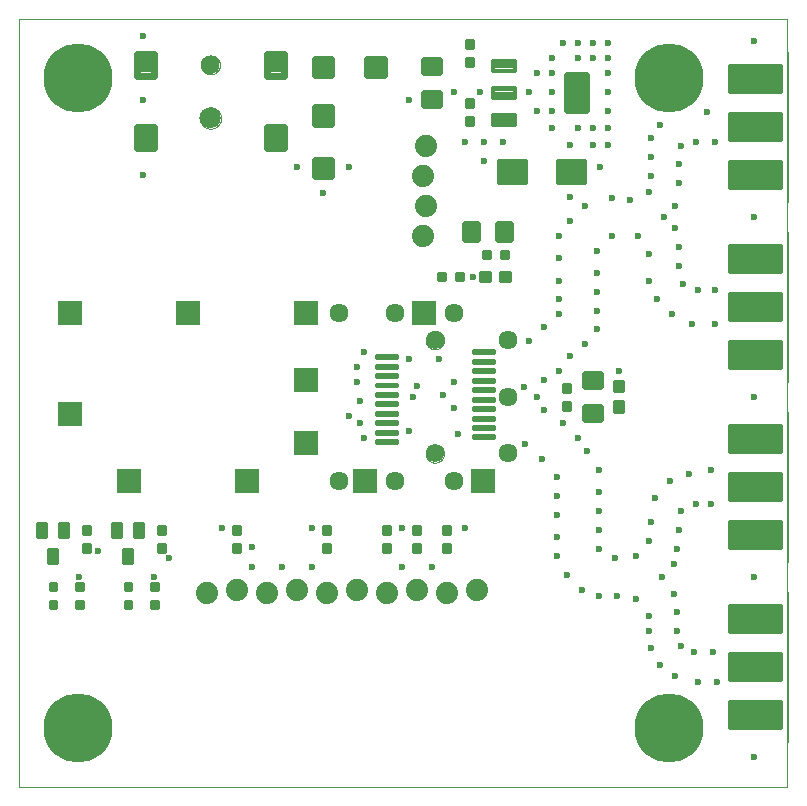
<source format=gts>
G75*
%MOIN*%
%OFA0B0*%
%FSLAX25Y25*%
%IPPOS*%
%LPD*%
%AMOC8*
5,1,8,0,0,1.08239X$1,22.5*
%
%ADD10C,0.00000*%
%ADD11C,0.00984*%
%ADD12R,0.07874X0.07874*%
%ADD13C,0.06358*%
%ADD14C,0.06102*%
%ADD15C,0.23000*%
%ADD16C,0.01600*%
%ADD17C,0.01890*%
%ADD18C,0.00945*%
%ADD19C,0.01181*%
%ADD20C,0.01559*%
%ADD21C,0.02362*%
%ADD22C,0.06299*%
%ADD23C,0.07087*%
%ADD24C,0.01440*%
%ADD25C,0.02598*%
%ADD26C,0.07400*%
%ADD27C,0.02362*%
D10*
X0027667Y0001650D02*
X0027667Y0257555D01*
X0283573Y0257555D01*
X0283573Y0001650D01*
X0027667Y0001650D01*
X0163160Y0112752D02*
X0163162Y0112862D01*
X0163168Y0112972D01*
X0163178Y0113082D01*
X0163192Y0113191D01*
X0163210Y0113300D01*
X0163231Y0113408D01*
X0163257Y0113515D01*
X0163286Y0113621D01*
X0163320Y0113726D01*
X0163357Y0113830D01*
X0163398Y0113932D01*
X0163442Y0114033D01*
X0163490Y0114132D01*
X0163542Y0114230D01*
X0163597Y0114325D01*
X0163655Y0114418D01*
X0163717Y0114509D01*
X0163782Y0114598D01*
X0163850Y0114685D01*
X0163922Y0114769D01*
X0163996Y0114850D01*
X0164073Y0114929D01*
X0164153Y0115005D01*
X0164236Y0115077D01*
X0164321Y0115147D01*
X0164409Y0115214D01*
X0164499Y0115277D01*
X0164591Y0115337D01*
X0164685Y0115394D01*
X0164782Y0115448D01*
X0164880Y0115497D01*
X0164980Y0115544D01*
X0165082Y0115586D01*
X0165185Y0115625D01*
X0165289Y0115660D01*
X0165395Y0115692D01*
X0165501Y0115719D01*
X0165609Y0115743D01*
X0165717Y0115763D01*
X0165826Y0115779D01*
X0165936Y0115791D01*
X0166046Y0115799D01*
X0166156Y0115803D01*
X0166266Y0115803D01*
X0166376Y0115799D01*
X0166486Y0115791D01*
X0166596Y0115779D01*
X0166705Y0115763D01*
X0166813Y0115743D01*
X0166921Y0115719D01*
X0167027Y0115692D01*
X0167133Y0115660D01*
X0167237Y0115625D01*
X0167340Y0115586D01*
X0167442Y0115544D01*
X0167542Y0115497D01*
X0167640Y0115448D01*
X0167736Y0115394D01*
X0167831Y0115337D01*
X0167923Y0115277D01*
X0168013Y0115214D01*
X0168101Y0115147D01*
X0168186Y0115077D01*
X0168269Y0115005D01*
X0168349Y0114929D01*
X0168426Y0114850D01*
X0168500Y0114769D01*
X0168572Y0114685D01*
X0168640Y0114598D01*
X0168705Y0114509D01*
X0168767Y0114418D01*
X0168825Y0114325D01*
X0168880Y0114230D01*
X0168932Y0114132D01*
X0168980Y0114033D01*
X0169024Y0113932D01*
X0169065Y0113830D01*
X0169102Y0113726D01*
X0169136Y0113621D01*
X0169165Y0113515D01*
X0169191Y0113408D01*
X0169212Y0113300D01*
X0169230Y0113191D01*
X0169244Y0113082D01*
X0169254Y0112972D01*
X0169260Y0112862D01*
X0169262Y0112752D01*
X0169260Y0112642D01*
X0169254Y0112532D01*
X0169244Y0112422D01*
X0169230Y0112313D01*
X0169212Y0112204D01*
X0169191Y0112096D01*
X0169165Y0111989D01*
X0169136Y0111883D01*
X0169102Y0111778D01*
X0169065Y0111674D01*
X0169024Y0111572D01*
X0168980Y0111471D01*
X0168932Y0111372D01*
X0168880Y0111274D01*
X0168825Y0111179D01*
X0168767Y0111086D01*
X0168705Y0110995D01*
X0168640Y0110906D01*
X0168572Y0110819D01*
X0168500Y0110735D01*
X0168426Y0110654D01*
X0168349Y0110575D01*
X0168269Y0110499D01*
X0168186Y0110427D01*
X0168101Y0110357D01*
X0168013Y0110290D01*
X0167923Y0110227D01*
X0167831Y0110167D01*
X0167737Y0110110D01*
X0167640Y0110056D01*
X0167542Y0110007D01*
X0167442Y0109960D01*
X0167340Y0109918D01*
X0167237Y0109879D01*
X0167133Y0109844D01*
X0167027Y0109812D01*
X0166921Y0109785D01*
X0166813Y0109761D01*
X0166705Y0109741D01*
X0166596Y0109725D01*
X0166486Y0109713D01*
X0166376Y0109705D01*
X0166266Y0109701D01*
X0166156Y0109701D01*
X0166046Y0109705D01*
X0165936Y0109713D01*
X0165826Y0109725D01*
X0165717Y0109741D01*
X0165609Y0109761D01*
X0165501Y0109785D01*
X0165395Y0109812D01*
X0165289Y0109844D01*
X0165185Y0109879D01*
X0165082Y0109918D01*
X0164980Y0109960D01*
X0164880Y0110007D01*
X0164782Y0110056D01*
X0164685Y0110110D01*
X0164591Y0110167D01*
X0164499Y0110227D01*
X0164409Y0110290D01*
X0164321Y0110357D01*
X0164236Y0110427D01*
X0164153Y0110499D01*
X0164073Y0110575D01*
X0163996Y0110654D01*
X0163922Y0110735D01*
X0163850Y0110819D01*
X0163782Y0110906D01*
X0163717Y0110995D01*
X0163655Y0111086D01*
X0163597Y0111179D01*
X0163542Y0111274D01*
X0163490Y0111372D01*
X0163442Y0111471D01*
X0163398Y0111572D01*
X0163357Y0111674D01*
X0163320Y0111778D01*
X0163286Y0111883D01*
X0163257Y0111989D01*
X0163231Y0112096D01*
X0163210Y0112204D01*
X0163192Y0112313D01*
X0163178Y0112422D01*
X0163168Y0112532D01*
X0163162Y0112642D01*
X0163160Y0112752D01*
X0163160Y0150547D02*
X0163162Y0150657D01*
X0163168Y0150767D01*
X0163178Y0150877D01*
X0163192Y0150986D01*
X0163210Y0151095D01*
X0163231Y0151203D01*
X0163257Y0151310D01*
X0163286Y0151416D01*
X0163320Y0151521D01*
X0163357Y0151625D01*
X0163398Y0151727D01*
X0163442Y0151828D01*
X0163490Y0151927D01*
X0163542Y0152025D01*
X0163597Y0152120D01*
X0163655Y0152213D01*
X0163717Y0152304D01*
X0163782Y0152393D01*
X0163850Y0152480D01*
X0163922Y0152564D01*
X0163996Y0152645D01*
X0164073Y0152724D01*
X0164153Y0152800D01*
X0164236Y0152872D01*
X0164321Y0152942D01*
X0164409Y0153009D01*
X0164499Y0153072D01*
X0164591Y0153132D01*
X0164685Y0153189D01*
X0164782Y0153243D01*
X0164880Y0153292D01*
X0164980Y0153339D01*
X0165082Y0153381D01*
X0165185Y0153420D01*
X0165289Y0153455D01*
X0165395Y0153487D01*
X0165501Y0153514D01*
X0165609Y0153538D01*
X0165717Y0153558D01*
X0165826Y0153574D01*
X0165936Y0153586D01*
X0166046Y0153594D01*
X0166156Y0153598D01*
X0166266Y0153598D01*
X0166376Y0153594D01*
X0166486Y0153586D01*
X0166596Y0153574D01*
X0166705Y0153558D01*
X0166813Y0153538D01*
X0166921Y0153514D01*
X0167027Y0153487D01*
X0167133Y0153455D01*
X0167237Y0153420D01*
X0167340Y0153381D01*
X0167442Y0153339D01*
X0167542Y0153292D01*
X0167640Y0153243D01*
X0167736Y0153189D01*
X0167831Y0153132D01*
X0167923Y0153072D01*
X0168013Y0153009D01*
X0168101Y0152942D01*
X0168186Y0152872D01*
X0168269Y0152800D01*
X0168349Y0152724D01*
X0168426Y0152645D01*
X0168500Y0152564D01*
X0168572Y0152480D01*
X0168640Y0152393D01*
X0168705Y0152304D01*
X0168767Y0152213D01*
X0168825Y0152120D01*
X0168880Y0152025D01*
X0168932Y0151927D01*
X0168980Y0151828D01*
X0169024Y0151727D01*
X0169065Y0151625D01*
X0169102Y0151521D01*
X0169136Y0151416D01*
X0169165Y0151310D01*
X0169191Y0151203D01*
X0169212Y0151095D01*
X0169230Y0150986D01*
X0169244Y0150877D01*
X0169254Y0150767D01*
X0169260Y0150657D01*
X0169262Y0150547D01*
X0169260Y0150437D01*
X0169254Y0150327D01*
X0169244Y0150217D01*
X0169230Y0150108D01*
X0169212Y0149999D01*
X0169191Y0149891D01*
X0169165Y0149784D01*
X0169136Y0149678D01*
X0169102Y0149573D01*
X0169065Y0149469D01*
X0169024Y0149367D01*
X0168980Y0149266D01*
X0168932Y0149167D01*
X0168880Y0149069D01*
X0168825Y0148974D01*
X0168767Y0148881D01*
X0168705Y0148790D01*
X0168640Y0148701D01*
X0168572Y0148614D01*
X0168500Y0148530D01*
X0168426Y0148449D01*
X0168349Y0148370D01*
X0168269Y0148294D01*
X0168186Y0148222D01*
X0168101Y0148152D01*
X0168013Y0148085D01*
X0167923Y0148022D01*
X0167831Y0147962D01*
X0167737Y0147905D01*
X0167640Y0147851D01*
X0167542Y0147802D01*
X0167442Y0147755D01*
X0167340Y0147713D01*
X0167237Y0147674D01*
X0167133Y0147639D01*
X0167027Y0147607D01*
X0166921Y0147580D01*
X0166813Y0147556D01*
X0166705Y0147536D01*
X0166596Y0147520D01*
X0166486Y0147508D01*
X0166376Y0147500D01*
X0166266Y0147496D01*
X0166156Y0147496D01*
X0166046Y0147500D01*
X0165936Y0147508D01*
X0165826Y0147520D01*
X0165717Y0147536D01*
X0165609Y0147556D01*
X0165501Y0147580D01*
X0165395Y0147607D01*
X0165289Y0147639D01*
X0165185Y0147674D01*
X0165082Y0147713D01*
X0164980Y0147755D01*
X0164880Y0147802D01*
X0164782Y0147851D01*
X0164685Y0147905D01*
X0164591Y0147962D01*
X0164499Y0148022D01*
X0164409Y0148085D01*
X0164321Y0148152D01*
X0164236Y0148222D01*
X0164153Y0148294D01*
X0164073Y0148370D01*
X0163996Y0148449D01*
X0163922Y0148530D01*
X0163850Y0148614D01*
X0163782Y0148701D01*
X0163717Y0148790D01*
X0163655Y0148881D01*
X0163597Y0148974D01*
X0163542Y0149069D01*
X0163490Y0149167D01*
X0163442Y0149266D01*
X0163398Y0149367D01*
X0163357Y0149469D01*
X0163320Y0149573D01*
X0163286Y0149678D01*
X0163257Y0149784D01*
X0163231Y0149891D01*
X0163210Y0149999D01*
X0163192Y0150108D01*
X0163178Y0150217D01*
X0163168Y0150327D01*
X0163162Y0150437D01*
X0163160Y0150547D01*
X0087874Y0224563D02*
X0087876Y0224681D01*
X0087882Y0224800D01*
X0087892Y0224918D01*
X0087906Y0225035D01*
X0087923Y0225152D01*
X0087945Y0225269D01*
X0087971Y0225384D01*
X0088000Y0225499D01*
X0088033Y0225613D01*
X0088070Y0225725D01*
X0088111Y0225836D01*
X0088155Y0225946D01*
X0088203Y0226054D01*
X0088255Y0226161D01*
X0088310Y0226266D01*
X0088369Y0226369D01*
X0088431Y0226469D01*
X0088496Y0226568D01*
X0088565Y0226665D01*
X0088636Y0226759D01*
X0088711Y0226850D01*
X0088789Y0226940D01*
X0088870Y0227026D01*
X0088954Y0227110D01*
X0089040Y0227191D01*
X0089130Y0227269D01*
X0089221Y0227344D01*
X0089315Y0227415D01*
X0089412Y0227484D01*
X0089511Y0227549D01*
X0089611Y0227611D01*
X0089714Y0227670D01*
X0089819Y0227725D01*
X0089926Y0227777D01*
X0090034Y0227825D01*
X0090144Y0227869D01*
X0090255Y0227910D01*
X0090367Y0227947D01*
X0090481Y0227980D01*
X0090596Y0228009D01*
X0090711Y0228035D01*
X0090828Y0228057D01*
X0090945Y0228074D01*
X0091062Y0228088D01*
X0091180Y0228098D01*
X0091299Y0228104D01*
X0091417Y0228106D01*
X0091535Y0228104D01*
X0091654Y0228098D01*
X0091772Y0228088D01*
X0091889Y0228074D01*
X0092006Y0228057D01*
X0092123Y0228035D01*
X0092238Y0228009D01*
X0092353Y0227980D01*
X0092467Y0227947D01*
X0092579Y0227910D01*
X0092690Y0227869D01*
X0092800Y0227825D01*
X0092908Y0227777D01*
X0093015Y0227725D01*
X0093120Y0227670D01*
X0093223Y0227611D01*
X0093323Y0227549D01*
X0093422Y0227484D01*
X0093519Y0227415D01*
X0093613Y0227344D01*
X0093704Y0227269D01*
X0093794Y0227191D01*
X0093880Y0227110D01*
X0093964Y0227026D01*
X0094045Y0226940D01*
X0094123Y0226850D01*
X0094198Y0226759D01*
X0094269Y0226665D01*
X0094338Y0226568D01*
X0094403Y0226469D01*
X0094465Y0226369D01*
X0094524Y0226266D01*
X0094579Y0226161D01*
X0094631Y0226054D01*
X0094679Y0225946D01*
X0094723Y0225836D01*
X0094764Y0225725D01*
X0094801Y0225613D01*
X0094834Y0225499D01*
X0094863Y0225384D01*
X0094889Y0225269D01*
X0094911Y0225152D01*
X0094928Y0225035D01*
X0094942Y0224918D01*
X0094952Y0224800D01*
X0094958Y0224681D01*
X0094960Y0224563D01*
X0094958Y0224445D01*
X0094952Y0224326D01*
X0094942Y0224208D01*
X0094928Y0224091D01*
X0094911Y0223974D01*
X0094889Y0223857D01*
X0094863Y0223742D01*
X0094834Y0223627D01*
X0094801Y0223513D01*
X0094764Y0223401D01*
X0094723Y0223290D01*
X0094679Y0223180D01*
X0094631Y0223072D01*
X0094579Y0222965D01*
X0094524Y0222860D01*
X0094465Y0222757D01*
X0094403Y0222657D01*
X0094338Y0222558D01*
X0094269Y0222461D01*
X0094198Y0222367D01*
X0094123Y0222276D01*
X0094045Y0222186D01*
X0093964Y0222100D01*
X0093880Y0222016D01*
X0093794Y0221935D01*
X0093704Y0221857D01*
X0093613Y0221782D01*
X0093519Y0221711D01*
X0093422Y0221642D01*
X0093323Y0221577D01*
X0093223Y0221515D01*
X0093120Y0221456D01*
X0093015Y0221401D01*
X0092908Y0221349D01*
X0092800Y0221301D01*
X0092690Y0221257D01*
X0092579Y0221216D01*
X0092467Y0221179D01*
X0092353Y0221146D01*
X0092238Y0221117D01*
X0092123Y0221091D01*
X0092006Y0221069D01*
X0091889Y0221052D01*
X0091772Y0221038D01*
X0091654Y0221028D01*
X0091535Y0221022D01*
X0091417Y0221020D01*
X0091299Y0221022D01*
X0091180Y0221028D01*
X0091062Y0221038D01*
X0090945Y0221052D01*
X0090828Y0221069D01*
X0090711Y0221091D01*
X0090596Y0221117D01*
X0090481Y0221146D01*
X0090367Y0221179D01*
X0090255Y0221216D01*
X0090144Y0221257D01*
X0090034Y0221301D01*
X0089926Y0221349D01*
X0089819Y0221401D01*
X0089714Y0221456D01*
X0089611Y0221515D01*
X0089511Y0221577D01*
X0089412Y0221642D01*
X0089315Y0221711D01*
X0089221Y0221782D01*
X0089130Y0221857D01*
X0089040Y0221935D01*
X0088954Y0222016D01*
X0088870Y0222100D01*
X0088789Y0222186D01*
X0088711Y0222276D01*
X0088636Y0222367D01*
X0088565Y0222461D01*
X0088496Y0222558D01*
X0088431Y0222657D01*
X0088369Y0222757D01*
X0088310Y0222860D01*
X0088255Y0222965D01*
X0088203Y0223072D01*
X0088155Y0223180D01*
X0088111Y0223290D01*
X0088070Y0223401D01*
X0088033Y0223513D01*
X0088000Y0223627D01*
X0087971Y0223742D01*
X0087945Y0223857D01*
X0087923Y0223974D01*
X0087906Y0224091D01*
X0087892Y0224208D01*
X0087882Y0224326D01*
X0087876Y0224445D01*
X0087874Y0224563D01*
X0088267Y0242280D02*
X0088269Y0242392D01*
X0088275Y0242503D01*
X0088285Y0242615D01*
X0088299Y0242726D01*
X0088316Y0242836D01*
X0088338Y0242946D01*
X0088364Y0243055D01*
X0088393Y0243163D01*
X0088426Y0243269D01*
X0088463Y0243375D01*
X0088504Y0243479D01*
X0088549Y0243582D01*
X0088597Y0243683D01*
X0088648Y0243782D01*
X0088703Y0243879D01*
X0088762Y0243974D01*
X0088823Y0244068D01*
X0088888Y0244159D01*
X0088957Y0244247D01*
X0089028Y0244333D01*
X0089102Y0244417D01*
X0089180Y0244497D01*
X0089260Y0244575D01*
X0089343Y0244651D01*
X0089428Y0244723D01*
X0089516Y0244792D01*
X0089606Y0244858D01*
X0089699Y0244920D01*
X0089794Y0244980D01*
X0089891Y0245036D01*
X0089989Y0245088D01*
X0090090Y0245137D01*
X0090192Y0245182D01*
X0090296Y0245224D01*
X0090401Y0245262D01*
X0090508Y0245296D01*
X0090615Y0245326D01*
X0090724Y0245353D01*
X0090833Y0245375D01*
X0090944Y0245394D01*
X0091054Y0245409D01*
X0091166Y0245420D01*
X0091277Y0245427D01*
X0091389Y0245430D01*
X0091501Y0245429D01*
X0091613Y0245424D01*
X0091724Y0245415D01*
X0091835Y0245402D01*
X0091946Y0245385D01*
X0092056Y0245365D01*
X0092165Y0245340D01*
X0092273Y0245312D01*
X0092380Y0245279D01*
X0092486Y0245243D01*
X0092590Y0245203D01*
X0092693Y0245160D01*
X0092795Y0245113D01*
X0092894Y0245062D01*
X0092992Y0245008D01*
X0093088Y0244950D01*
X0093182Y0244889D01*
X0093273Y0244825D01*
X0093362Y0244758D01*
X0093449Y0244687D01*
X0093533Y0244613D01*
X0093615Y0244537D01*
X0093693Y0244457D01*
X0093769Y0244375D01*
X0093842Y0244290D01*
X0093912Y0244203D01*
X0093978Y0244113D01*
X0094042Y0244021D01*
X0094102Y0243927D01*
X0094159Y0243831D01*
X0094212Y0243732D01*
X0094262Y0243632D01*
X0094308Y0243531D01*
X0094351Y0243427D01*
X0094390Y0243322D01*
X0094425Y0243216D01*
X0094456Y0243109D01*
X0094484Y0243000D01*
X0094507Y0242891D01*
X0094527Y0242781D01*
X0094543Y0242670D01*
X0094555Y0242559D01*
X0094563Y0242448D01*
X0094567Y0242336D01*
X0094567Y0242224D01*
X0094563Y0242112D01*
X0094555Y0242001D01*
X0094543Y0241890D01*
X0094527Y0241779D01*
X0094507Y0241669D01*
X0094484Y0241560D01*
X0094456Y0241451D01*
X0094425Y0241344D01*
X0094390Y0241238D01*
X0094351Y0241133D01*
X0094308Y0241029D01*
X0094262Y0240928D01*
X0094212Y0240828D01*
X0094159Y0240729D01*
X0094102Y0240633D01*
X0094042Y0240539D01*
X0093978Y0240447D01*
X0093912Y0240357D01*
X0093842Y0240270D01*
X0093769Y0240185D01*
X0093693Y0240103D01*
X0093615Y0240023D01*
X0093533Y0239947D01*
X0093449Y0239873D01*
X0093362Y0239802D01*
X0093273Y0239735D01*
X0093182Y0239671D01*
X0093088Y0239610D01*
X0092992Y0239552D01*
X0092894Y0239498D01*
X0092795Y0239447D01*
X0092693Y0239400D01*
X0092590Y0239357D01*
X0092486Y0239317D01*
X0092380Y0239281D01*
X0092273Y0239248D01*
X0092165Y0239220D01*
X0092056Y0239195D01*
X0091946Y0239175D01*
X0091835Y0239158D01*
X0091724Y0239145D01*
X0091613Y0239136D01*
X0091501Y0239131D01*
X0091389Y0239130D01*
X0091277Y0239133D01*
X0091166Y0239140D01*
X0091054Y0239151D01*
X0090944Y0239166D01*
X0090833Y0239185D01*
X0090724Y0239207D01*
X0090615Y0239234D01*
X0090508Y0239264D01*
X0090401Y0239298D01*
X0090296Y0239336D01*
X0090192Y0239378D01*
X0090090Y0239423D01*
X0089989Y0239472D01*
X0089891Y0239524D01*
X0089794Y0239580D01*
X0089699Y0239640D01*
X0089606Y0239702D01*
X0089516Y0239768D01*
X0089428Y0239837D01*
X0089343Y0239909D01*
X0089260Y0239985D01*
X0089180Y0240063D01*
X0089102Y0240143D01*
X0089028Y0240227D01*
X0088957Y0240313D01*
X0088888Y0240401D01*
X0088823Y0240492D01*
X0088762Y0240586D01*
X0088703Y0240681D01*
X0088648Y0240778D01*
X0088597Y0240877D01*
X0088549Y0240978D01*
X0088504Y0241081D01*
X0088463Y0241185D01*
X0088426Y0241291D01*
X0088393Y0241397D01*
X0088364Y0241505D01*
X0088338Y0241614D01*
X0088316Y0241724D01*
X0088299Y0241834D01*
X0088285Y0241945D01*
X0088275Y0242057D01*
X0088269Y0242168D01*
X0088267Y0242280D01*
X0283917Y0246650D02*
X0283917Y0196650D01*
X0283917Y0186650D02*
X0283917Y0136650D01*
X0283917Y0126650D02*
X0283917Y0076650D01*
X0283917Y0066650D02*
X0283917Y0016650D01*
D11*
X0185797Y0117772D02*
X0178907Y0117772D01*
X0178907Y0118756D01*
X0185797Y0118756D01*
X0185797Y0117772D01*
X0185797Y0118755D02*
X0178907Y0118755D01*
X0178907Y0120921D02*
X0185797Y0120921D01*
X0178907Y0120921D02*
X0178907Y0121905D01*
X0185797Y0121905D01*
X0185797Y0120921D01*
X0185797Y0121904D02*
X0178907Y0121904D01*
X0178907Y0124071D02*
X0185797Y0124071D01*
X0178907Y0124071D02*
X0178907Y0125055D01*
X0185797Y0125055D01*
X0185797Y0124071D01*
X0185797Y0125054D02*
X0178907Y0125054D01*
X0178907Y0127221D02*
X0185797Y0127221D01*
X0178907Y0127221D02*
X0178907Y0128205D01*
X0185797Y0128205D01*
X0185797Y0127221D01*
X0185797Y0128204D02*
X0178907Y0128204D01*
X0178907Y0130370D02*
X0185797Y0130370D01*
X0178907Y0130370D02*
X0178907Y0131354D01*
X0185797Y0131354D01*
X0185797Y0130370D01*
X0185797Y0131353D02*
X0178907Y0131353D01*
X0178907Y0133520D02*
X0185797Y0133520D01*
X0178907Y0133520D02*
X0178907Y0134504D01*
X0185797Y0134504D01*
X0185797Y0133520D01*
X0185797Y0134503D02*
X0178907Y0134503D01*
X0178907Y0136669D02*
X0185797Y0136669D01*
X0178907Y0136669D02*
X0178907Y0137653D01*
X0185797Y0137653D01*
X0185797Y0136669D01*
X0185797Y0137652D02*
X0178907Y0137652D01*
X0178907Y0139819D02*
X0185797Y0139819D01*
X0178907Y0139819D02*
X0178907Y0140803D01*
X0185797Y0140803D01*
X0185797Y0139819D01*
X0185797Y0140802D02*
X0178907Y0140802D01*
X0178907Y0142969D02*
X0185797Y0142969D01*
X0178907Y0142969D02*
X0178907Y0143953D01*
X0185797Y0143953D01*
X0185797Y0142969D01*
X0185797Y0143952D02*
X0178907Y0143952D01*
X0178907Y0146118D02*
X0185797Y0146118D01*
X0178907Y0146118D02*
X0178907Y0147102D01*
X0185797Y0147102D01*
X0185797Y0146118D01*
X0185797Y0147101D02*
X0178907Y0147101D01*
X0153514Y0144543D02*
X0146624Y0144543D01*
X0146624Y0145527D01*
X0153514Y0145527D01*
X0153514Y0144543D01*
X0153514Y0145526D02*
X0146624Y0145526D01*
X0146624Y0141394D02*
X0153514Y0141394D01*
X0146624Y0141394D02*
X0146624Y0142378D01*
X0153514Y0142378D01*
X0153514Y0141394D01*
X0153514Y0142377D02*
X0146624Y0142377D01*
X0146624Y0138244D02*
X0153514Y0138244D01*
X0146624Y0138244D02*
X0146624Y0139228D01*
X0153514Y0139228D01*
X0153514Y0138244D01*
X0153514Y0139227D02*
X0146624Y0139227D01*
X0146624Y0135095D02*
X0153514Y0135095D01*
X0146624Y0135095D02*
X0146624Y0136079D01*
X0153514Y0136079D01*
X0153514Y0135095D01*
X0153514Y0136078D02*
X0146624Y0136078D01*
X0146624Y0131945D02*
X0153514Y0131945D01*
X0146624Y0131945D02*
X0146624Y0132929D01*
X0153514Y0132929D01*
X0153514Y0131945D01*
X0153514Y0132928D02*
X0146624Y0132928D01*
X0146624Y0128795D02*
X0153514Y0128795D01*
X0146624Y0128795D02*
X0146624Y0129779D01*
X0153514Y0129779D01*
X0153514Y0128795D01*
X0153514Y0129778D02*
X0146624Y0129778D01*
X0146624Y0125646D02*
X0153514Y0125646D01*
X0146624Y0125646D02*
X0146624Y0126630D01*
X0153514Y0126630D01*
X0153514Y0125646D01*
X0153514Y0126629D02*
X0146624Y0126629D01*
X0146624Y0122496D02*
X0153514Y0122496D01*
X0146624Y0122496D02*
X0146624Y0123480D01*
X0153514Y0123480D01*
X0153514Y0122496D01*
X0153514Y0123479D02*
X0146624Y0123479D01*
X0146624Y0119347D02*
X0153514Y0119347D01*
X0146624Y0119347D02*
X0146624Y0120331D01*
X0153514Y0120331D01*
X0153514Y0119347D01*
X0153514Y0120330D02*
X0146624Y0120330D01*
X0146624Y0116197D02*
X0153514Y0116197D01*
X0146624Y0116197D02*
X0146624Y0117181D01*
X0153514Y0117181D01*
X0153514Y0116197D01*
X0153514Y0117180D02*
X0146624Y0117180D01*
D12*
X0142982Y0103598D03*
X0123297Y0116098D03*
X0103612Y0103598D03*
X0123297Y0137358D03*
X0123297Y0159701D03*
X0083927Y0159701D03*
X0044557Y0159701D03*
X0044557Y0125941D03*
X0064242Y0103598D03*
X0162667Y0159701D03*
X0182352Y0103598D03*
D13*
X0172510Y0103598D03*
X0152825Y0103598D03*
X0134321Y0103598D03*
X0190620Y0112752D03*
X0190620Y0131650D03*
X0190620Y0150547D03*
X0172510Y0159701D03*
X0152825Y0159701D03*
X0134321Y0159701D03*
D14*
X0166211Y0150547D03*
X0166211Y0112752D03*
D15*
X0244203Y0021335D03*
X0047352Y0021335D03*
X0047352Y0237870D03*
X0244203Y0237870D03*
D16*
X0264717Y0241850D02*
X0281117Y0241850D01*
X0281117Y0233450D01*
X0264717Y0233450D01*
X0264717Y0241850D01*
X0264717Y0235049D02*
X0281117Y0235049D01*
X0281117Y0236648D02*
X0264717Y0236648D01*
X0264717Y0238247D02*
X0281117Y0238247D01*
X0281117Y0239846D02*
X0264717Y0239846D01*
X0264717Y0241445D02*
X0281117Y0241445D01*
X0281117Y0225850D02*
X0264717Y0225850D01*
X0281117Y0225850D02*
X0281117Y0217450D01*
X0264717Y0217450D01*
X0264717Y0225850D01*
X0264717Y0219049D02*
X0281117Y0219049D01*
X0281117Y0220648D02*
X0264717Y0220648D01*
X0264717Y0222247D02*
X0281117Y0222247D01*
X0281117Y0223846D02*
X0264717Y0223846D01*
X0264717Y0225445D02*
X0281117Y0225445D01*
X0281117Y0209850D02*
X0264717Y0209850D01*
X0281117Y0209850D02*
X0281117Y0201450D01*
X0264717Y0201450D01*
X0264717Y0209850D01*
X0264717Y0203049D02*
X0281117Y0203049D01*
X0281117Y0204648D02*
X0264717Y0204648D01*
X0264717Y0206247D02*
X0281117Y0206247D01*
X0281117Y0207846D02*
X0264717Y0207846D01*
X0264717Y0209445D02*
X0281117Y0209445D01*
X0281117Y0181850D02*
X0264717Y0181850D01*
X0281117Y0181850D02*
X0281117Y0173450D01*
X0264717Y0173450D01*
X0264717Y0181850D01*
X0264717Y0175049D02*
X0281117Y0175049D01*
X0281117Y0176648D02*
X0264717Y0176648D01*
X0264717Y0178247D02*
X0281117Y0178247D01*
X0281117Y0179846D02*
X0264717Y0179846D01*
X0264717Y0181445D02*
X0281117Y0181445D01*
X0281117Y0165850D02*
X0264717Y0165850D01*
X0281117Y0165850D02*
X0281117Y0157450D01*
X0264717Y0157450D01*
X0264717Y0165850D01*
X0264717Y0159049D02*
X0281117Y0159049D01*
X0281117Y0160648D02*
X0264717Y0160648D01*
X0264717Y0162247D02*
X0281117Y0162247D01*
X0281117Y0163846D02*
X0264717Y0163846D01*
X0264717Y0165445D02*
X0281117Y0165445D01*
X0281117Y0149850D02*
X0264717Y0149850D01*
X0281117Y0149850D02*
X0281117Y0141450D01*
X0264717Y0141450D01*
X0264717Y0149850D01*
X0264717Y0143049D02*
X0281117Y0143049D01*
X0281117Y0144648D02*
X0264717Y0144648D01*
X0264717Y0146247D02*
X0281117Y0146247D01*
X0281117Y0147846D02*
X0264717Y0147846D01*
X0264717Y0149445D02*
X0281117Y0149445D01*
X0281117Y0121850D02*
X0264717Y0121850D01*
X0281117Y0121850D02*
X0281117Y0113450D01*
X0264717Y0113450D01*
X0264717Y0121850D01*
X0264717Y0115049D02*
X0281117Y0115049D01*
X0281117Y0116648D02*
X0264717Y0116648D01*
X0264717Y0118247D02*
X0281117Y0118247D01*
X0281117Y0119846D02*
X0264717Y0119846D01*
X0264717Y0121445D02*
X0281117Y0121445D01*
X0281117Y0105850D02*
X0264717Y0105850D01*
X0281117Y0105850D02*
X0281117Y0097450D01*
X0264717Y0097450D01*
X0264717Y0105850D01*
X0264717Y0099049D02*
X0281117Y0099049D01*
X0281117Y0100648D02*
X0264717Y0100648D01*
X0264717Y0102247D02*
X0281117Y0102247D01*
X0281117Y0103846D02*
X0264717Y0103846D01*
X0264717Y0105445D02*
X0281117Y0105445D01*
X0281117Y0089850D02*
X0264717Y0089850D01*
X0281117Y0089850D02*
X0281117Y0081450D01*
X0264717Y0081450D01*
X0264717Y0089850D01*
X0264717Y0083049D02*
X0281117Y0083049D01*
X0281117Y0084648D02*
X0264717Y0084648D01*
X0264717Y0086247D02*
X0281117Y0086247D01*
X0281117Y0087846D02*
X0264717Y0087846D01*
X0264717Y0089445D02*
X0281117Y0089445D01*
X0281117Y0061850D02*
X0264717Y0061850D01*
X0281117Y0061850D02*
X0281117Y0053450D01*
X0264717Y0053450D01*
X0264717Y0061850D01*
X0264717Y0055049D02*
X0281117Y0055049D01*
X0281117Y0056648D02*
X0264717Y0056648D01*
X0264717Y0058247D02*
X0281117Y0058247D01*
X0281117Y0059846D02*
X0264717Y0059846D01*
X0264717Y0061445D02*
X0281117Y0061445D01*
X0281117Y0045850D02*
X0264717Y0045850D01*
X0281117Y0045850D02*
X0281117Y0037450D01*
X0264717Y0037450D01*
X0264717Y0045850D01*
X0264717Y0039049D02*
X0281117Y0039049D01*
X0281117Y0040648D02*
X0264717Y0040648D01*
X0264717Y0042247D02*
X0281117Y0042247D01*
X0281117Y0043846D02*
X0264717Y0043846D01*
X0264717Y0045445D02*
X0281117Y0045445D01*
X0281117Y0029850D02*
X0264717Y0029850D01*
X0281117Y0029850D02*
X0281117Y0021450D01*
X0264717Y0021450D01*
X0264717Y0029850D01*
X0264717Y0023049D02*
X0281117Y0023049D01*
X0281117Y0024648D02*
X0264717Y0024648D01*
X0264717Y0026247D02*
X0281117Y0026247D01*
X0281117Y0027846D02*
X0264717Y0027846D01*
X0264717Y0029445D02*
X0281117Y0029445D01*
D17*
X0216319Y0123934D02*
X0216319Y0128342D01*
X0221515Y0128342D01*
X0221515Y0123934D01*
X0216319Y0123934D01*
X0216319Y0125823D02*
X0221515Y0125823D01*
X0221515Y0127712D02*
X0216319Y0127712D01*
X0216319Y0134957D02*
X0216319Y0139365D01*
X0221515Y0139365D01*
X0221515Y0134957D01*
X0216319Y0134957D01*
X0216319Y0136846D02*
X0221515Y0136846D01*
X0221515Y0138735D02*
X0216319Y0138735D01*
X0191633Y0184052D02*
X0187225Y0184052D01*
X0187225Y0189248D01*
X0191633Y0189248D01*
X0191633Y0184052D01*
X0191633Y0185941D02*
X0187225Y0185941D01*
X0187225Y0187830D02*
X0191633Y0187830D01*
X0180610Y0184052D02*
X0176202Y0184052D01*
X0176202Y0189248D01*
X0180610Y0189248D01*
X0180610Y0184052D01*
X0180610Y0185941D02*
X0176202Y0185941D01*
X0176202Y0187830D02*
X0180610Y0187830D01*
X0167765Y0228619D02*
X0167765Y0233027D01*
X0167765Y0228619D02*
X0162569Y0228619D01*
X0162569Y0233027D01*
X0167765Y0233027D01*
X0167765Y0230508D02*
X0162569Y0230508D01*
X0162569Y0232397D02*
X0167765Y0232397D01*
X0167765Y0239642D02*
X0167765Y0244050D01*
X0167765Y0239642D02*
X0162569Y0239642D01*
X0162569Y0244050D01*
X0167765Y0244050D01*
X0167765Y0241531D02*
X0162569Y0241531D01*
X0162569Y0243420D02*
X0167765Y0243420D01*
D18*
X0178770Y0244639D02*
X0178770Y0242041D01*
X0176564Y0242041D01*
X0176564Y0244639D01*
X0178770Y0244639D01*
X0178770Y0242985D02*
X0176564Y0242985D01*
X0176564Y0243929D02*
X0178770Y0243929D01*
X0178770Y0248041D02*
X0178770Y0250639D01*
X0178770Y0248041D02*
X0176564Y0248041D01*
X0176564Y0250639D01*
X0178770Y0250639D01*
X0178770Y0248985D02*
X0176564Y0248985D01*
X0176564Y0249929D02*
X0178770Y0249929D01*
X0178770Y0230949D02*
X0178770Y0228351D01*
X0176564Y0228351D01*
X0176564Y0230949D01*
X0178770Y0230949D01*
X0178770Y0229295D02*
X0176564Y0229295D01*
X0176564Y0230239D02*
X0178770Y0230239D01*
X0178770Y0224949D02*
X0178770Y0222351D01*
X0176564Y0222351D01*
X0176564Y0224949D01*
X0178770Y0224949D01*
X0178770Y0223295D02*
X0176564Y0223295D01*
X0176564Y0224239D02*
X0178770Y0224239D01*
X0182118Y0180253D02*
X0184716Y0180253D01*
X0184716Y0178047D01*
X0182118Y0178047D01*
X0182118Y0180253D01*
X0182118Y0178991D02*
X0184716Y0178991D01*
X0184716Y0179935D02*
X0182118Y0179935D01*
X0188118Y0180253D02*
X0190716Y0180253D01*
X0190716Y0178047D01*
X0188118Y0178047D01*
X0188118Y0180253D01*
X0188118Y0178991D02*
X0190716Y0178991D01*
X0190716Y0179935D02*
X0188118Y0179935D01*
X0175716Y0172753D02*
X0173118Y0172753D01*
X0175716Y0172753D02*
X0175716Y0170547D01*
X0173118Y0170547D01*
X0173118Y0172753D01*
X0173118Y0171491D02*
X0175716Y0171491D01*
X0175716Y0172435D02*
X0173118Y0172435D01*
X0169716Y0172753D02*
X0167118Y0172753D01*
X0169716Y0172753D02*
X0169716Y0170547D01*
X0167118Y0170547D01*
X0167118Y0172753D01*
X0167118Y0171491D02*
X0169716Y0171491D01*
X0169716Y0172435D02*
X0167118Y0172435D01*
X0211270Y0135949D02*
X0211270Y0133351D01*
X0209064Y0133351D01*
X0209064Y0135949D01*
X0211270Y0135949D01*
X0211270Y0134295D02*
X0209064Y0134295D01*
X0209064Y0135239D02*
X0211270Y0135239D01*
X0211270Y0129949D02*
X0211270Y0127351D01*
X0209064Y0127351D01*
X0209064Y0129949D01*
X0211270Y0129949D01*
X0211270Y0128295D02*
X0209064Y0128295D01*
X0209064Y0129239D02*
X0211270Y0129239D01*
X0171270Y0088449D02*
X0171270Y0085851D01*
X0169064Y0085851D01*
X0169064Y0088449D01*
X0171270Y0088449D01*
X0171270Y0086795D02*
X0169064Y0086795D01*
X0169064Y0087739D02*
X0171270Y0087739D01*
X0171270Y0082449D02*
X0171270Y0079851D01*
X0169064Y0079851D01*
X0169064Y0082449D01*
X0171270Y0082449D01*
X0171270Y0080795D02*
X0169064Y0080795D01*
X0169064Y0081739D02*
X0171270Y0081739D01*
X0161270Y0082449D02*
X0161270Y0079851D01*
X0159064Y0079851D01*
X0159064Y0082449D01*
X0161270Y0082449D01*
X0161270Y0080795D02*
X0159064Y0080795D01*
X0159064Y0081739D02*
X0161270Y0081739D01*
X0161270Y0085851D02*
X0161270Y0088449D01*
X0161270Y0085851D02*
X0159064Y0085851D01*
X0159064Y0088449D01*
X0161270Y0088449D01*
X0161270Y0086795D02*
X0159064Y0086795D01*
X0159064Y0087739D02*
X0161270Y0087739D01*
X0151270Y0088449D02*
X0151270Y0085851D01*
X0149064Y0085851D01*
X0149064Y0088449D01*
X0151270Y0088449D01*
X0151270Y0086795D02*
X0149064Y0086795D01*
X0149064Y0087739D02*
X0151270Y0087739D01*
X0151270Y0082449D02*
X0151270Y0079851D01*
X0149064Y0079851D01*
X0149064Y0082449D01*
X0151270Y0082449D01*
X0151270Y0080795D02*
X0149064Y0080795D01*
X0149064Y0081739D02*
X0151270Y0081739D01*
X0131270Y0082449D02*
X0131270Y0079851D01*
X0129064Y0079851D01*
X0129064Y0082449D01*
X0131270Y0082449D01*
X0131270Y0080795D02*
X0129064Y0080795D01*
X0129064Y0081739D02*
X0131270Y0081739D01*
X0131270Y0085851D02*
X0131270Y0088449D01*
X0131270Y0085851D02*
X0129064Y0085851D01*
X0129064Y0088449D01*
X0131270Y0088449D01*
X0131270Y0086795D02*
X0129064Y0086795D01*
X0129064Y0087739D02*
X0131270Y0087739D01*
X0101270Y0088449D02*
X0101270Y0085851D01*
X0099064Y0085851D01*
X0099064Y0088449D01*
X0101270Y0088449D01*
X0101270Y0086795D02*
X0099064Y0086795D01*
X0099064Y0087739D02*
X0101270Y0087739D01*
X0101270Y0082449D02*
X0101270Y0079851D01*
X0099064Y0079851D01*
X0099064Y0082449D01*
X0101270Y0082449D01*
X0101270Y0080795D02*
X0099064Y0080795D01*
X0099064Y0081739D02*
X0101270Y0081739D01*
X0074064Y0082449D02*
X0074064Y0079851D01*
X0074064Y0082449D02*
X0076270Y0082449D01*
X0076270Y0079851D01*
X0074064Y0079851D01*
X0074064Y0080795D02*
X0076270Y0080795D01*
X0076270Y0081739D02*
X0074064Y0081739D01*
X0074064Y0085851D02*
X0074064Y0088449D01*
X0076270Y0088449D01*
X0076270Y0085851D01*
X0074064Y0085851D01*
X0074064Y0086795D02*
X0076270Y0086795D01*
X0076270Y0087739D02*
X0074064Y0087739D01*
X0073770Y0069455D02*
X0071564Y0069455D01*
X0073770Y0069455D02*
X0073770Y0067249D01*
X0071564Y0067249D01*
X0071564Y0069455D01*
X0071564Y0068193D02*
X0073770Y0068193D01*
X0073770Y0069137D02*
X0071564Y0069137D01*
X0071564Y0063550D02*
X0073770Y0063550D01*
X0073770Y0061344D01*
X0071564Y0061344D01*
X0071564Y0063550D01*
X0071564Y0062288D02*
X0073770Y0062288D01*
X0073770Y0063232D02*
X0071564Y0063232D01*
X0062814Y0063699D02*
X0062814Y0061101D01*
X0062814Y0063699D02*
X0065020Y0063699D01*
X0065020Y0061101D01*
X0062814Y0061101D01*
X0062814Y0062045D02*
X0065020Y0062045D01*
X0065020Y0062989D02*
X0062814Y0062989D01*
X0062814Y0067101D02*
X0062814Y0069699D01*
X0065020Y0069699D01*
X0065020Y0067101D01*
X0062814Y0067101D01*
X0062814Y0068045D02*
X0065020Y0068045D01*
X0065020Y0068989D02*
X0062814Y0068989D01*
X0049064Y0079851D02*
X0049064Y0082449D01*
X0051270Y0082449D01*
X0051270Y0079851D01*
X0049064Y0079851D01*
X0049064Y0080795D02*
X0051270Y0080795D01*
X0051270Y0081739D02*
X0049064Y0081739D01*
X0049064Y0085851D02*
X0049064Y0088449D01*
X0051270Y0088449D01*
X0051270Y0085851D01*
X0049064Y0085851D01*
X0049064Y0086795D02*
X0051270Y0086795D01*
X0051270Y0087739D02*
X0049064Y0087739D01*
X0048770Y0069455D02*
X0046564Y0069455D01*
X0048770Y0069455D02*
X0048770Y0067249D01*
X0046564Y0067249D01*
X0046564Y0069455D01*
X0046564Y0068193D02*
X0048770Y0068193D01*
X0048770Y0069137D02*
X0046564Y0069137D01*
X0046564Y0063550D02*
X0048770Y0063550D01*
X0048770Y0061344D01*
X0046564Y0061344D01*
X0046564Y0063550D01*
X0046564Y0062288D02*
X0048770Y0062288D01*
X0048770Y0063232D02*
X0046564Y0063232D01*
X0037814Y0063699D02*
X0037814Y0061101D01*
X0037814Y0063699D02*
X0040020Y0063699D01*
X0040020Y0061101D01*
X0037814Y0061101D01*
X0037814Y0062045D02*
X0040020Y0062045D01*
X0040020Y0062989D02*
X0037814Y0062989D01*
X0037814Y0067101D02*
X0037814Y0069699D01*
X0040020Y0069699D01*
X0040020Y0067101D01*
X0037814Y0067101D01*
X0037814Y0068045D02*
X0040020Y0068045D01*
X0040020Y0068989D02*
X0037814Y0068989D01*
D19*
X0037539Y0080735D02*
X0040295Y0080735D01*
X0040295Y0076403D01*
X0037539Y0076403D01*
X0037539Y0080735D01*
X0037539Y0077583D02*
X0040295Y0077583D01*
X0040295Y0078763D02*
X0037539Y0078763D01*
X0037539Y0079943D02*
X0040295Y0079943D01*
X0041279Y0089396D02*
X0044035Y0089396D01*
X0044035Y0085064D01*
X0041279Y0085064D01*
X0041279Y0089396D01*
X0041279Y0086244D02*
X0044035Y0086244D01*
X0044035Y0087424D02*
X0041279Y0087424D01*
X0041279Y0088604D02*
X0044035Y0088604D01*
X0036555Y0089396D02*
X0033799Y0089396D01*
X0036555Y0089396D02*
X0036555Y0085064D01*
X0033799Y0085064D01*
X0033799Y0089396D01*
X0033799Y0086244D02*
X0036555Y0086244D01*
X0036555Y0087424D02*
X0033799Y0087424D01*
X0033799Y0088604D02*
X0036555Y0088604D01*
X0058799Y0089396D02*
X0061555Y0089396D01*
X0061555Y0085064D01*
X0058799Y0085064D01*
X0058799Y0089396D01*
X0058799Y0086244D02*
X0061555Y0086244D01*
X0061555Y0087424D02*
X0058799Y0087424D01*
X0058799Y0088604D02*
X0061555Y0088604D01*
X0066279Y0089396D02*
X0069035Y0089396D01*
X0069035Y0085064D01*
X0066279Y0085064D01*
X0066279Y0089396D01*
X0066279Y0086244D02*
X0069035Y0086244D01*
X0069035Y0087424D02*
X0066279Y0087424D01*
X0066279Y0088604D02*
X0069035Y0088604D01*
X0065295Y0080735D02*
X0062539Y0080735D01*
X0065295Y0080735D02*
X0065295Y0076403D01*
X0062539Y0076403D01*
X0062539Y0080735D01*
X0062539Y0077583D02*
X0065295Y0077583D01*
X0065295Y0078763D02*
X0062539Y0078763D01*
X0062539Y0079943D02*
X0065295Y0079943D01*
X0181496Y0173028D02*
X0184646Y0173028D01*
X0184646Y0170272D01*
X0181496Y0170272D01*
X0181496Y0173028D01*
X0181496Y0171452D02*
X0184646Y0171452D01*
X0184646Y0172632D02*
X0181496Y0172632D01*
X0188189Y0173028D02*
X0191339Y0173028D01*
X0191339Y0170272D01*
X0188189Y0170272D01*
X0188189Y0173028D01*
X0188189Y0171452D02*
X0191339Y0171452D01*
X0191339Y0172632D02*
X0188189Y0172632D01*
X0229045Y0136571D02*
X0229045Y0133421D01*
X0226289Y0133421D01*
X0226289Y0136571D01*
X0229045Y0136571D01*
X0229045Y0134601D02*
X0226289Y0134601D01*
X0226289Y0135781D02*
X0229045Y0135781D01*
X0229045Y0129878D02*
X0229045Y0126728D01*
X0226289Y0126728D01*
X0226289Y0129878D01*
X0229045Y0129878D01*
X0229045Y0127908D02*
X0226289Y0127908D01*
X0226289Y0129088D02*
X0229045Y0129088D01*
D20*
X0215914Y0203099D02*
X0207236Y0203099D01*
X0207236Y0210201D01*
X0215914Y0210201D01*
X0215914Y0203099D01*
X0215914Y0204657D02*
X0207236Y0204657D01*
X0207236Y0206215D02*
X0215914Y0206215D01*
X0215914Y0207773D02*
X0207236Y0207773D01*
X0207236Y0209331D02*
X0215914Y0209331D01*
X0196229Y0203099D02*
X0187551Y0203099D01*
X0187551Y0210201D01*
X0196229Y0210201D01*
X0196229Y0203099D01*
X0196229Y0204657D02*
X0187551Y0204657D01*
X0187551Y0206215D02*
X0196229Y0206215D01*
X0196229Y0207773D02*
X0187551Y0207773D01*
X0187551Y0209331D02*
X0196229Y0209331D01*
D21*
X0149173Y0244406D02*
X0143661Y0244406D01*
X0149173Y0244406D02*
X0149173Y0238894D01*
X0143661Y0238894D01*
X0143661Y0244406D01*
X0143661Y0241255D02*
X0149173Y0241255D01*
X0149173Y0243616D02*
X0143661Y0243616D01*
X0131673Y0244406D02*
X0126161Y0244406D01*
X0131673Y0244406D02*
X0131673Y0238894D01*
X0126161Y0238894D01*
X0126161Y0244406D01*
X0126161Y0241255D02*
X0131673Y0241255D01*
X0131673Y0243616D02*
X0126161Y0243616D01*
X0110315Y0245823D02*
X0110315Y0238737D01*
X0110315Y0245823D02*
X0115827Y0245823D01*
X0115827Y0238737D01*
X0110315Y0238737D01*
X0110315Y0241098D02*
X0115827Y0241098D01*
X0115827Y0243459D02*
X0110315Y0243459D01*
X0110315Y0245820D02*
X0115827Y0245820D01*
X0126161Y0228156D02*
X0126161Y0222644D01*
X0126161Y0228156D02*
X0131673Y0228156D01*
X0131673Y0222644D01*
X0126161Y0222644D01*
X0126161Y0225005D02*
X0131673Y0225005D01*
X0131673Y0227366D02*
X0126161Y0227366D01*
X0110315Y0221610D02*
X0110315Y0214524D01*
X0110315Y0221610D02*
X0115827Y0221610D01*
X0115827Y0214524D01*
X0110315Y0214524D01*
X0110315Y0216885D02*
X0115827Y0216885D01*
X0115827Y0219246D02*
X0110315Y0219246D01*
X0110315Y0221607D02*
X0115827Y0221607D01*
X0126161Y0210656D02*
X0126161Y0205144D01*
X0126161Y0210656D02*
X0131673Y0210656D01*
X0131673Y0205144D01*
X0126161Y0205144D01*
X0126161Y0207505D02*
X0131673Y0207505D01*
X0131673Y0209866D02*
X0126161Y0209866D01*
X0067008Y0214524D02*
X0067008Y0221610D01*
X0072520Y0221610D01*
X0072520Y0214524D01*
X0067008Y0214524D01*
X0067008Y0216885D02*
X0072520Y0216885D01*
X0072520Y0219246D02*
X0067008Y0219246D01*
X0067008Y0221607D02*
X0072520Y0221607D01*
X0067008Y0238737D02*
X0067008Y0245823D01*
X0072520Y0245823D01*
X0072520Y0238737D01*
X0067008Y0238737D01*
X0067008Y0241098D02*
X0072520Y0241098D01*
X0072520Y0243459D02*
X0067008Y0243459D01*
X0067008Y0245820D02*
X0072520Y0245820D01*
D22*
X0091417Y0242280D03*
D23*
X0091417Y0224563D03*
D24*
X0185537Y0225480D02*
X0185537Y0222120D01*
X0185537Y0225480D02*
X0192897Y0225480D01*
X0192897Y0222120D01*
X0185537Y0222120D01*
X0185537Y0223559D02*
X0192897Y0223559D01*
X0192897Y0224998D02*
X0185537Y0224998D01*
X0185537Y0231220D02*
X0185537Y0234580D01*
X0192897Y0234580D01*
X0192897Y0231220D01*
X0185537Y0231220D01*
X0185537Y0232659D02*
X0192897Y0232659D01*
X0192897Y0234098D02*
X0185537Y0234098D01*
X0185537Y0240320D02*
X0185537Y0243680D01*
X0192897Y0243680D01*
X0192897Y0240320D01*
X0185537Y0240320D01*
X0185537Y0241759D02*
X0192897Y0241759D01*
X0192897Y0243198D02*
X0185537Y0243198D01*
D25*
X0210587Y0238687D02*
X0210587Y0227113D01*
X0210587Y0238687D02*
X0216649Y0238687D01*
X0216649Y0227113D01*
X0210587Y0227113D01*
X0210587Y0229710D02*
X0216649Y0229710D01*
X0216649Y0232307D02*
X0210587Y0232307D01*
X0210587Y0234904D02*
X0216649Y0234904D01*
X0216649Y0237501D02*
X0210587Y0237501D01*
D26*
X0163167Y0215400D03*
X0162167Y0205400D03*
X0163167Y0195400D03*
X0162167Y0185400D03*
X0160167Y0067150D03*
X0150167Y0066150D03*
X0140167Y0067150D03*
X0130167Y0066150D03*
X0120167Y0067150D03*
X0110167Y0066150D03*
X0100167Y0067150D03*
X0090167Y0066150D03*
X0170167Y0066150D03*
X0180167Y0067150D03*
D27*
X0165167Y0074775D03*
X0155167Y0074775D03*
X0155167Y0087900D03*
X0176417Y0087900D03*
X0202042Y0111025D03*
X0196417Y0116025D03*
X0202667Y0127275D03*
X0200167Y0131650D03*
X0195792Y0134775D03*
X0202667Y0137275D03*
X0207667Y0140400D03*
X0211417Y0145400D03*
X0216417Y0149150D03*
X0220167Y0154150D03*
X0220167Y0160400D03*
X0220167Y0166650D03*
X0220167Y0172900D03*
X0220167Y0180400D03*
X0225167Y0185400D03*
X0233917Y0185400D03*
X0237667Y0179150D03*
X0247667Y0181650D03*
X0247667Y0175400D03*
X0248917Y0169150D03*
X0253917Y0167275D03*
X0259542Y0167275D03*
X0259542Y0156025D03*
X0252042Y0156025D03*
X0245167Y0159150D03*
X0240167Y0164150D03*
X0237667Y0170400D03*
X0246417Y0187900D03*
X0242667Y0191650D03*
X0246417Y0195400D03*
X0247667Y0202900D03*
X0247667Y0209150D03*
X0248292Y0215400D03*
X0253292Y0216650D03*
X0259542Y0216650D03*
X0257042Y0226650D03*
X0241417Y0222275D03*
X0238292Y0217900D03*
X0238292Y0211650D03*
X0238292Y0205400D03*
X0237667Y0199775D03*
X0231417Y0197275D03*
X0225167Y0197900D03*
X0216417Y0195400D03*
X0211417Y0198215D03*
X0211417Y0190400D03*
X0207667Y0185400D03*
X0207667Y0177900D03*
X0207667Y0170400D03*
X0207667Y0164150D03*
X0207667Y0159150D03*
X0202667Y0154775D03*
X0197667Y0150400D03*
X0178917Y0171650D03*
X0167667Y0144150D03*
X0172667Y0136650D03*
X0168917Y0132275D03*
X0172667Y0127900D03*
X0173917Y0119150D03*
X0157667Y0120400D03*
X0158917Y0131650D03*
X0160167Y0135400D03*
X0157667Y0144150D03*
X0142667Y0146650D03*
X0140167Y0141650D03*
X0140167Y0136650D03*
X0141417Y0130400D03*
X0137667Y0125400D03*
X0141417Y0122900D03*
X0142667Y0117900D03*
X0125167Y0087900D03*
X0125167Y0074775D03*
X0115167Y0074775D03*
X0105167Y0074775D03*
X0105167Y0081650D03*
X0095167Y0087900D03*
X0077667Y0077900D03*
X0072667Y0071650D03*
X0053917Y0080400D03*
X0047667Y0071650D03*
X0128917Y0199465D03*
X0120167Y0208215D03*
X0137667Y0208215D03*
X0157667Y0230715D03*
X0172667Y0233215D03*
X0181417Y0233215D03*
X0197667Y0233215D03*
X0200167Y0226965D03*
X0205167Y0226965D03*
X0205167Y0221340D03*
X0211417Y0215715D03*
X0213917Y0221340D03*
X0218917Y0221340D03*
X0223917Y0221340D03*
X0223917Y0226965D03*
X0223917Y0233215D03*
X0223917Y0239465D03*
X0223917Y0244465D03*
X0223917Y0249465D03*
X0218917Y0249465D03*
X0213917Y0249465D03*
X0213917Y0244465D03*
X0218917Y0244465D03*
X0208917Y0249465D03*
X0205167Y0244465D03*
X0205167Y0239465D03*
X0200167Y0239465D03*
X0205167Y0233215D03*
X0218917Y0215715D03*
X0223917Y0215715D03*
X0221417Y0208215D03*
X0188917Y0216650D03*
X0182667Y0216650D03*
X0176417Y0216650D03*
X0182667Y0210400D03*
X0227667Y0140400D03*
X0208917Y0122900D03*
X0213917Y0117900D03*
X0217042Y0113525D03*
X0220792Y0107275D03*
X0220792Y0099775D03*
X0220792Y0093525D03*
X0220792Y0087275D03*
X0220792Y0081025D03*
X0226417Y0077900D03*
X0233292Y0078525D03*
X0237667Y0083525D03*
X0238292Y0089775D03*
X0239542Y0097900D03*
X0244542Y0103525D03*
X0250792Y0106025D03*
X0258292Y0107275D03*
X0258292Y0096025D03*
X0253292Y0096025D03*
X0248292Y0093525D03*
X0247667Y0087275D03*
X0247042Y0081025D03*
X0245792Y0076025D03*
X0242042Y0071650D03*
X0245792Y0066025D03*
X0247042Y0059775D03*
X0247042Y0053525D03*
X0248292Y0048525D03*
X0252667Y0046650D03*
X0258917Y0046650D03*
X0260167Y0036650D03*
X0253917Y0036650D03*
X0246417Y0038525D03*
X0241417Y0042275D03*
X0238292Y0047900D03*
X0237667Y0053525D03*
X0237667Y0058525D03*
X0233292Y0064150D03*
X0227042Y0065400D03*
X0220792Y0065400D03*
X0215167Y0067275D03*
X0210167Y0072275D03*
X0207042Y0078525D03*
X0207042Y0084775D03*
X0207042Y0092275D03*
X0207042Y0098525D03*
X0207042Y0104775D03*
X0272667Y0131650D03*
X0272667Y0191650D03*
X0272667Y0250400D03*
X0068917Y0251965D03*
X0068917Y0230715D03*
X0068917Y0205715D03*
X0272667Y0071650D03*
X0272667Y0011650D03*
M02*

</source>
